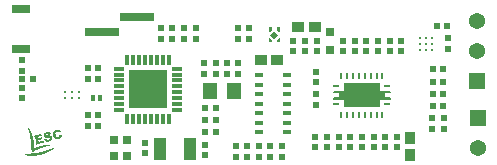
<source format=gts>
G04*
G04 #@! TF.GenerationSoftware,Altium Limited,Altium Designer,25.4.2 (15)*
G04*
G04 Layer_Color=8388736*
%FSLAX44Y44*%
%MOMM*%
G71*
G04*
G04 #@! TF.SameCoordinates,0B5DAD5C-0C0E-4793-B882-C7F6C3490101*
G04*
G04*
G04 #@! TF.FilePolarity,Negative*
G04*
G01*
G75*
%ADD17R,0.6200X0.6200*%
%ADD18R,0.6000X0.2400*%
%ADD19R,0.2400X0.6000*%
%ADD20R,3.0000X0.6500*%
%ADD21R,1.1000X1.9000*%
%ADD22R,0.6200X0.6200*%
%ADD23C,0.2450*%
%ADD24R,1.2700X1.3970*%
%ADD25R,0.5000X0.5000*%
%ADD26R,0.5000X0.5000*%
%ADD27R,1.6000X0.8000*%
%ADD28R,0.8000X0.8000*%
%ADD29R,0.9300X1.0100*%
%ADD30R,0.7000X0.7000*%
%ADD31R,0.3000X0.8128*%
%ADD32R,0.8128X0.3000*%
%ADD34R,0.4000X0.5000*%
%ADD35R,0.2032X0.2032*%
%ADD36R,0.7500X0.3500*%
%ADD37R,1.0100X0.9300*%
%ADD38R,3.0500X2.0500*%
%ADD39R,3.2004X3.2004*%
%ADD40C,1.3700*%
%ADD41R,1.3700X1.3700*%
G36*
X309026Y290790D02*
X309407D01*
Y290713D01*
X309635D01*
Y290637D01*
X309788D01*
Y290561D01*
X309940D01*
Y290485D01*
X310092D01*
Y290409D01*
X310168D01*
Y290333D01*
X310320D01*
Y290257D01*
X310397D01*
Y290180D01*
X310473D01*
Y290104D01*
X310549D01*
Y290028D01*
X310701D01*
Y289952D01*
X310777D01*
Y289876D01*
X310853D01*
Y289724D01*
X310930D01*
Y289648D01*
X311006D01*
Y289571D01*
X311082D01*
Y289495D01*
X311158D01*
Y289343D01*
X311234D01*
Y289191D01*
X311082D01*
Y289115D01*
X310930D01*
Y289039D01*
X310777D01*
Y288962D01*
X310625D01*
Y288886D01*
X310473D01*
Y288810D01*
X310320D01*
Y288734D01*
X310168D01*
Y288658D01*
X310016D01*
Y288582D01*
X309864D01*
Y288506D01*
X309711D01*
Y288430D01*
X309559D01*
Y288353D01*
X309483D01*
Y288277D01*
X309331D01*
Y288430D01*
X309255D01*
Y288506D01*
X309179D01*
Y288582D01*
X309102D01*
Y288658D01*
X309026D01*
Y288734D01*
X308950D01*
Y288810D01*
X308874D01*
Y288886D01*
X308646D01*
Y288962D01*
X308493D01*
Y289039D01*
X307808D01*
Y288962D01*
X307580D01*
Y288886D01*
X307351D01*
Y288810D01*
X307199D01*
Y288734D01*
X307123D01*
Y288658D01*
X307047D01*
Y288582D01*
X306971D01*
Y288506D01*
X306895D01*
Y288353D01*
X306819D01*
Y288201D01*
X306742D01*
Y288049D01*
X306666D01*
Y287744D01*
X306590D01*
Y287135D01*
X306666D01*
Y286679D01*
X306742D01*
Y286374D01*
X306819D01*
Y286146D01*
X306895D01*
Y285917D01*
X306971D01*
Y285689D01*
X307047D01*
Y285537D01*
X307123D01*
Y285384D01*
X307199D01*
Y285232D01*
X307275D01*
Y285156D01*
X307351D01*
Y285004D01*
X307428D01*
Y284928D01*
X307504D01*
Y284851D01*
X307580D01*
Y284775D01*
X307732D01*
Y284699D01*
X307884D01*
Y284623D01*
X308265D01*
Y284547D01*
X308417D01*
Y284623D01*
X308874D01*
Y284699D01*
X309102D01*
Y284775D01*
X309255D01*
Y284851D01*
X309331D01*
Y284928D01*
X309483D01*
Y285004D01*
X309559D01*
Y285080D01*
X309635D01*
Y285232D01*
X309711D01*
Y285384D01*
X309788D01*
Y285537D01*
X309864D01*
Y285917D01*
X309940D01*
Y286450D01*
X311539D01*
Y286374D01*
X312071D01*
Y285689D01*
X311995D01*
Y285308D01*
X311919D01*
Y285004D01*
X311843D01*
Y284851D01*
X311767D01*
Y284623D01*
X311691D01*
Y284547D01*
X311615D01*
Y284395D01*
X311539D01*
Y284319D01*
X311462D01*
Y284166D01*
X311386D01*
Y284090D01*
X311310D01*
Y284014D01*
X311234D01*
Y283938D01*
X311158D01*
Y283862D01*
X311082D01*
Y283786D01*
X311006D01*
Y283710D01*
X310930D01*
Y283633D01*
X310853D01*
Y283557D01*
X310701D01*
Y283481D01*
X310549D01*
Y283405D01*
X310397D01*
Y283329D01*
X310320D01*
Y283253D01*
X310092D01*
Y283177D01*
X309940D01*
Y283100D01*
X309711D01*
Y283024D01*
X309483D01*
Y282948D01*
X309102D01*
Y282872D01*
X308722D01*
Y282796D01*
X307199D01*
Y282872D01*
X306895D01*
Y282948D01*
X306666D01*
Y283024D01*
X306514D01*
Y283100D01*
X306362D01*
Y283177D01*
X306286D01*
Y283253D01*
X306133D01*
Y283329D01*
X306057D01*
Y283405D01*
X305905D01*
Y283481D01*
X305829D01*
Y283557D01*
X305753D01*
Y283633D01*
X305677D01*
Y283710D01*
X305600D01*
Y283786D01*
X305524D01*
Y283862D01*
X305448D01*
Y283938D01*
X305372D01*
Y284014D01*
X305296D01*
Y284090D01*
X305220D01*
Y284242D01*
X305144D01*
Y284319D01*
X305068D01*
Y284471D01*
X304991D01*
Y284623D01*
X304915D01*
Y284775D01*
X304839D01*
Y284928D01*
X304763D01*
Y285080D01*
X304687D01*
Y285308D01*
X304611D01*
Y285537D01*
X304535D01*
Y285765D01*
X304459D01*
Y286070D01*
X304382D01*
Y286450D01*
X304306D01*
Y287897D01*
X304382D01*
Y288201D01*
X304459D01*
Y288430D01*
X304535D01*
Y288658D01*
X304611D01*
Y288810D01*
X304687D01*
Y288962D01*
X304763D01*
Y289115D01*
X304839D01*
Y289191D01*
X304915D01*
Y289267D01*
X304991D01*
Y289419D01*
X305068D01*
Y289495D01*
X305144D01*
Y289571D01*
X305220D01*
Y289648D01*
X305296D01*
Y289724D01*
X305372D01*
Y289800D01*
X305524D01*
Y289876D01*
X305600D01*
Y289952D01*
X305677D01*
Y290028D01*
X305829D01*
Y290104D01*
X305905D01*
Y290180D01*
X306057D01*
Y290257D01*
X306210D01*
Y290333D01*
X306362D01*
Y290409D01*
X306590D01*
Y290485D01*
X306742D01*
Y290561D01*
X306971D01*
Y290637D01*
X307275D01*
Y290713D01*
X307580D01*
Y290790D01*
X308113D01*
Y290866D01*
X309026D01*
Y290790D01*
D02*
G37*
G36*
X301109Y288734D02*
X301413D01*
Y288658D01*
X301642D01*
Y288582D01*
X301794D01*
Y288506D01*
X301946D01*
Y288430D01*
X302022D01*
Y288353D01*
X302099D01*
Y288277D01*
X302175D01*
Y288201D01*
X302251D01*
Y288125D01*
X302327D01*
Y288049D01*
X302403D01*
Y287973D01*
X302479D01*
Y287897D01*
X302555D01*
Y287744D01*
X302631D01*
Y287592D01*
X302708D01*
Y287440D01*
X302784D01*
Y287364D01*
X302860D01*
Y287211D01*
X302784D01*
Y287135D01*
X302479D01*
Y287059D01*
X302251D01*
Y286983D01*
X302022D01*
Y286907D01*
X301794D01*
Y286831D01*
X301566D01*
Y286755D01*
X301337D01*
Y286679D01*
X301109D01*
Y286602D01*
X300880D01*
Y286526D01*
X300728D01*
Y286679D01*
X300652D01*
Y286755D01*
X300576D01*
Y286907D01*
X300500D01*
Y286983D01*
X300424D01*
Y287059D01*
X300348D01*
Y287135D01*
X300195D01*
Y287211D01*
X299891D01*
Y287288D01*
X299586D01*
Y287211D01*
X299206D01*
Y287135D01*
X299053D01*
Y287059D01*
X298901D01*
Y286983D01*
X298825D01*
Y286907D01*
X298749D01*
Y286755D01*
X298673D01*
Y286298D01*
X298749D01*
Y286222D01*
X298825D01*
Y286146D01*
X298901D01*
Y286070D01*
X299130D01*
Y285993D01*
X301870D01*
Y285917D01*
X302251D01*
Y285841D01*
X302479D01*
Y285765D01*
X302708D01*
Y285689D01*
X302860D01*
Y285613D01*
X303012D01*
Y285537D01*
X303088D01*
Y285460D01*
X303164D01*
Y285384D01*
X303241D01*
Y285308D01*
X303393D01*
Y285156D01*
X303469D01*
Y285080D01*
X303545D01*
Y285004D01*
X303621D01*
Y284851D01*
X303697D01*
Y284699D01*
X303773D01*
Y284547D01*
X303850D01*
Y284242D01*
X303926D01*
Y283100D01*
X303850D01*
Y282872D01*
X303773D01*
Y282644D01*
X303697D01*
Y282491D01*
X303621D01*
Y282415D01*
X303545D01*
Y282263D01*
X303469D01*
Y282187D01*
X303393D01*
Y282035D01*
X303317D01*
Y281959D01*
X303241D01*
Y281882D01*
X303164D01*
Y281806D01*
X303088D01*
Y281730D01*
X302936D01*
Y281654D01*
X302860D01*
Y281578D01*
X302784D01*
Y281502D01*
X302631D01*
Y281426D01*
X302479D01*
Y281350D01*
X302403D01*
Y281273D01*
X302175D01*
Y281197D01*
X302022D01*
Y281121D01*
X301794D01*
Y281045D01*
X301566D01*
Y280969D01*
X301337D01*
Y280893D01*
X301033D01*
Y280817D01*
X300728D01*
Y280741D01*
X300348D01*
Y280664D01*
X298977D01*
Y280741D01*
X298673D01*
Y280817D01*
X298520D01*
Y280893D01*
X298368D01*
Y280969D01*
X298292D01*
Y281045D01*
X298140D01*
Y281121D01*
X298064D01*
Y281197D01*
X297987D01*
Y281273D01*
X297911D01*
Y281350D01*
X297835D01*
Y281426D01*
X297759D01*
Y281502D01*
X297683D01*
Y281578D01*
X297607D01*
Y281654D01*
X297531D01*
Y281730D01*
X297455D01*
Y281882D01*
X297379D01*
Y281959D01*
X297302D01*
Y282111D01*
X297226D01*
Y282263D01*
X297150D01*
Y282491D01*
X297074D01*
Y282644D01*
X297302D01*
Y282720D01*
X297531D01*
Y282796D01*
X297759D01*
Y282872D01*
X298064D01*
Y282948D01*
X298292D01*
Y283024D01*
X298520D01*
Y283100D01*
X298825D01*
Y283177D01*
X299053D01*
Y283253D01*
X299282D01*
Y283100D01*
X299358D01*
Y282948D01*
X299434D01*
Y282796D01*
X299510D01*
Y282720D01*
X299586D01*
Y282644D01*
X299662D01*
Y282568D01*
X299739D01*
Y282491D01*
X299815D01*
Y282415D01*
X300043D01*
Y282339D01*
X300348D01*
Y282263D01*
X300576D01*
Y282339D01*
X300957D01*
Y282415D01*
X301185D01*
Y282491D01*
X301337D01*
Y282568D01*
X301413D01*
Y282644D01*
X301490D01*
Y282720D01*
X301566D01*
Y282796D01*
X301642D01*
Y282872D01*
X301718D01*
Y283177D01*
X301794D01*
Y283329D01*
X301718D01*
Y283557D01*
X301642D01*
Y283633D01*
X301566D01*
Y283710D01*
X301490D01*
Y283786D01*
X301413D01*
Y283862D01*
X301261D01*
Y283938D01*
X300957D01*
Y284014D01*
X298825D01*
Y284090D01*
X298292D01*
Y284166D01*
X298064D01*
Y284242D01*
X297835D01*
Y284319D01*
X297607D01*
Y284395D01*
X297455D01*
Y284471D01*
X297379D01*
Y284547D01*
X297302D01*
Y284623D01*
X297226D01*
Y284699D01*
X297074D01*
Y284851D01*
X296998D01*
Y284928D01*
X296922D01*
Y285004D01*
X296846D01*
Y285156D01*
X296770D01*
Y285308D01*
X296693D01*
Y285460D01*
X296617D01*
Y285765D01*
X296541D01*
Y286450D01*
X296617D01*
Y286755D01*
X296693D01*
Y286983D01*
X296770D01*
Y287135D01*
X296846D01*
Y287288D01*
X296922D01*
Y287364D01*
X296998D01*
Y287440D01*
X297074D01*
Y287516D01*
X297150D01*
Y287592D01*
X297226D01*
Y287668D01*
X297302D01*
Y287744D01*
X297379D01*
Y287820D01*
X297455D01*
Y287897D01*
X297531D01*
Y287973D01*
X297683D01*
Y288049D01*
X297759D01*
Y288125D01*
X297911D01*
Y288201D01*
X298064D01*
Y288277D01*
X298292D01*
Y288353D01*
X298444D01*
Y288430D01*
X298673D01*
Y288506D01*
X298901D01*
Y288582D01*
X299206D01*
Y288658D01*
X299510D01*
Y288734D01*
X299967D01*
Y288810D01*
X301109D01*
Y288734D01*
D02*
G37*
G36*
X294486Y287059D02*
X294562D01*
Y286907D01*
X294638D01*
Y286755D01*
X294714D01*
Y286602D01*
X294790D01*
Y286526D01*
X294866D01*
Y286374D01*
X294942D01*
Y286222D01*
X295019D01*
Y286070D01*
X295095D01*
Y285917D01*
X295171D01*
Y285765D01*
X294942D01*
Y285689D01*
X294638D01*
Y285613D01*
X294410D01*
Y285537D01*
X294105D01*
Y285460D01*
X293877D01*
Y285384D01*
X293496D01*
Y285308D01*
X293267D01*
Y285232D01*
X292963D01*
Y285156D01*
X292659D01*
Y285080D01*
X292354D01*
Y285004D01*
X292050D01*
Y284928D01*
X291745D01*
Y284851D01*
X291440D01*
Y284775D01*
X291364D01*
Y284547D01*
X291440D01*
Y284242D01*
X291517D01*
Y283938D01*
X291593D01*
Y283633D01*
X291973D01*
Y283710D01*
X292278D01*
Y283786D01*
X292582D01*
Y283862D01*
X292811D01*
Y283938D01*
X293039D01*
Y284014D01*
X293420D01*
Y284090D01*
X293648D01*
Y284166D01*
X294029D01*
Y284242D01*
X294257D01*
Y284319D01*
X294638D01*
Y284395D01*
X294866D01*
Y284471D01*
X295171D01*
Y284547D01*
X295247D01*
Y284319D01*
X295323D01*
Y283786D01*
X295399D01*
Y283253D01*
X295475D01*
Y282948D01*
X295247D01*
Y282872D01*
X294942D01*
Y282796D01*
X294638D01*
Y282720D01*
X294410D01*
Y282644D01*
X294105D01*
Y282568D01*
X293801D01*
Y282491D01*
X293496D01*
Y282415D01*
X293267D01*
Y282339D01*
X292887D01*
Y282263D01*
X292659D01*
Y282187D01*
X292430D01*
Y282111D01*
X292050D01*
Y281806D01*
X292126D01*
Y281578D01*
X292202D01*
Y281273D01*
X292278D01*
Y281045D01*
X292354D01*
Y280664D01*
X292430D01*
Y280588D01*
X292582D01*
Y280664D01*
X292887D01*
Y280741D01*
X293115D01*
Y280817D01*
X293420D01*
Y280893D01*
X293648D01*
Y280969D01*
X294029D01*
Y281045D01*
X294257D01*
Y281121D01*
X294638D01*
Y281197D01*
X294866D01*
Y281273D01*
X295171D01*
Y281350D01*
X295475D01*
Y281426D01*
X295704D01*
Y281502D01*
X296008D01*
Y281578D01*
X296313D01*
Y281654D01*
X296617D01*
Y281350D01*
X296693D01*
Y280817D01*
X296770D01*
Y280208D01*
X296846D01*
Y279903D01*
X296541D01*
Y279827D01*
X296084D01*
Y279751D01*
X295628D01*
Y279675D01*
X295171D01*
Y279599D01*
X294714D01*
Y279522D01*
X294410D01*
Y279446D01*
X294029D01*
Y279370D01*
X293724D01*
Y279294D01*
X293420D01*
Y279218D01*
X293115D01*
Y279142D01*
X292887D01*
Y279066D01*
X292659D01*
Y278990D01*
X292354D01*
Y278913D01*
X292202D01*
Y278837D01*
X291897D01*
Y278761D01*
X291669D01*
Y278685D01*
X291440D01*
Y278609D01*
X291212D01*
Y278533D01*
X291060D01*
Y278457D01*
X290831D01*
Y278380D01*
X290679D01*
Y278304D01*
X290527D01*
Y278380D01*
X290451D01*
Y278457D01*
X290527D01*
Y278533D01*
X290451D01*
Y279218D01*
X290375D01*
Y279751D01*
X290299D01*
Y280208D01*
X290222D01*
Y280664D01*
X290146D01*
Y281045D01*
X290070D01*
Y281350D01*
X289994D01*
Y281654D01*
X289918D01*
Y282035D01*
X289842D01*
Y282339D01*
X289766D01*
Y282644D01*
X289690D01*
Y282872D01*
X289613D01*
Y283100D01*
X289537D01*
Y283329D01*
X289461D01*
Y283633D01*
X289385D01*
Y283862D01*
X289309D01*
Y284090D01*
X289233D01*
Y284242D01*
X289157D01*
Y284471D01*
X289080D01*
Y284699D01*
X289004D01*
Y284851D01*
X288928D01*
Y285080D01*
X288852D01*
Y285308D01*
X288776D01*
Y285460D01*
X288700D01*
Y285613D01*
X288624D01*
Y285841D01*
X288928D01*
Y285917D01*
X289157D01*
Y285993D01*
X289537D01*
Y286070D01*
X289842D01*
Y286146D01*
X290146D01*
Y286222D01*
X290451D01*
Y286298D01*
X290831D01*
Y286374D01*
X291136D01*
Y286450D01*
X291440D01*
Y286526D01*
X291821D01*
Y286602D01*
X292126D01*
Y286679D01*
X292354D01*
Y286755D01*
X292659D01*
Y286831D01*
X293039D01*
Y286907D01*
X293496D01*
Y286983D01*
X293801D01*
Y287059D01*
X294105D01*
Y287135D01*
X294486D01*
Y287059D01*
D02*
G37*
G36*
X282838Y294215D02*
X282914D01*
Y294063D01*
X282990D01*
Y293911D01*
X283066D01*
Y293835D01*
X283142D01*
Y293682D01*
X283218D01*
Y293606D01*
X283295D01*
Y293454D01*
X283371D01*
Y293378D01*
X283447D01*
Y293226D01*
X283523D01*
Y293150D01*
X283599D01*
Y292997D01*
X283675D01*
Y292845D01*
X283751D01*
Y292693D01*
X283828D01*
Y292617D01*
X283904D01*
Y292464D01*
X283980D01*
Y292388D01*
X284056D01*
Y292236D01*
X284132D01*
Y292084D01*
X284208D01*
Y292008D01*
X284284D01*
Y291855D01*
X284361D01*
Y291703D01*
X284437D01*
Y291551D01*
X284513D01*
Y291399D01*
X284589D01*
Y291322D01*
X284665D01*
Y291170D01*
X284741D01*
Y291018D01*
X284817D01*
Y290866D01*
X284893D01*
Y290713D01*
X284970D01*
Y290561D01*
X285046D01*
Y290409D01*
X285122D01*
Y290257D01*
X285198D01*
Y290104D01*
X285274D01*
Y289952D01*
X285350D01*
Y289800D01*
X285426D01*
Y289648D01*
X285502D01*
Y289495D01*
X285578D01*
Y289343D01*
X285655D01*
Y289191D01*
X285731D01*
Y288962D01*
X285807D01*
Y288810D01*
X285883D01*
Y288658D01*
X285959D01*
Y288506D01*
X286035D01*
Y288277D01*
X286111D01*
Y288125D01*
X286188D01*
Y287897D01*
X286264D01*
Y287744D01*
X286340D01*
Y287592D01*
X286416D01*
Y287364D01*
X286492D01*
Y287135D01*
X286568D01*
Y286983D01*
X286644D01*
Y286755D01*
X286721D01*
Y286526D01*
X286797D01*
Y286298D01*
X286873D01*
Y286070D01*
X286949D01*
Y285841D01*
X287025D01*
Y285613D01*
X287101D01*
Y285308D01*
X287177D01*
Y285080D01*
X287253D01*
Y284851D01*
X287330D01*
Y284547D01*
X287406D01*
Y284319D01*
X287482D01*
Y283938D01*
X287558D01*
Y283710D01*
X287634D01*
Y283329D01*
X287710D01*
Y283024D01*
X287786D01*
Y282720D01*
X287862D01*
Y282339D01*
X287938D01*
Y281959D01*
X288015D01*
Y281578D01*
X288091D01*
Y281045D01*
X288167D01*
Y280588D01*
X288243D01*
Y280055D01*
X288319D01*
Y279370D01*
X288395D01*
Y278457D01*
X288471D01*
Y277391D01*
X288548D01*
Y274955D01*
X288624D01*
Y275031D01*
X288776D01*
Y275107D01*
X288852D01*
Y275183D01*
X289080D01*
Y275259D01*
X289233D01*
Y275335D01*
X289385D01*
Y275411D01*
X289537D01*
Y275488D01*
X289690D01*
Y275564D01*
X289842D01*
Y275640D01*
X289994D01*
Y275716D01*
X290222D01*
Y275792D01*
X290375D01*
Y275868D01*
X290527D01*
Y275944D01*
X290755D01*
Y276021D01*
X290907D01*
Y276097D01*
X291060D01*
Y276173D01*
X291288D01*
Y276249D01*
X291517D01*
Y276325D01*
X291669D01*
Y276401D01*
X291973D01*
Y276477D01*
X292126D01*
Y276553D01*
X292354D01*
Y276630D01*
X292582D01*
Y276706D01*
X292887D01*
Y276782D01*
X293039D01*
Y276858D01*
X293420D01*
Y276934D01*
X293648D01*
Y277010D01*
X293877D01*
Y277086D01*
X294181D01*
Y277162D01*
X294486D01*
Y277239D01*
X294790D01*
Y277315D01*
X295171D01*
Y277391D01*
X295475D01*
Y277467D01*
X295932D01*
Y277543D01*
X296313D01*
Y277619D01*
X296846D01*
Y277695D01*
X297302D01*
Y277771D01*
X298140D01*
Y277848D01*
X298901D01*
Y277924D01*
X303241D01*
Y277848D01*
X304154D01*
Y277771D01*
X303773D01*
Y277695D01*
X303241D01*
Y277619D01*
X302708D01*
Y277543D01*
X302251D01*
Y277467D01*
X301794D01*
Y277391D01*
X301413D01*
Y277315D01*
X301033D01*
Y277239D01*
X300652D01*
Y277162D01*
X300348D01*
Y277086D01*
X299967D01*
Y277010D01*
X299662D01*
Y276934D01*
X299358D01*
Y276858D01*
X299053D01*
Y276782D01*
X298749D01*
Y276706D01*
X298444D01*
Y276630D01*
X298140D01*
Y276553D01*
X297911D01*
Y276477D01*
X297607D01*
Y276401D01*
X297379D01*
Y276325D01*
X297150D01*
Y276249D01*
X296846D01*
Y276173D01*
X296617D01*
Y276097D01*
X296389D01*
Y276021D01*
X296160D01*
Y275944D01*
X295932D01*
Y275868D01*
X295704D01*
Y275792D01*
X295475D01*
Y275716D01*
X295247D01*
Y275640D01*
X295095D01*
Y275564D01*
X294866D01*
Y275488D01*
X294638D01*
Y275411D01*
X294410D01*
Y275335D01*
X294257D01*
Y275259D01*
X294029D01*
Y275183D01*
X293877D01*
Y275107D01*
X293648D01*
Y275031D01*
X293496D01*
Y274955D01*
X293267D01*
Y274879D01*
X293115D01*
Y274802D01*
X292887D01*
Y274726D01*
X292735D01*
Y274650D01*
X292582D01*
Y274574D01*
X292354D01*
Y274498D01*
X292202D01*
Y274422D01*
X292050D01*
Y274346D01*
X291897D01*
Y274270D01*
X291745D01*
Y274193D01*
X291593D01*
Y274117D01*
X291364D01*
Y274041D01*
X291212D01*
Y273965D01*
X291060D01*
Y273889D01*
X290907D01*
Y273813D01*
X290755D01*
Y273737D01*
X290603D01*
Y273661D01*
X290451D01*
Y273584D01*
X290299D01*
Y273508D01*
X290146D01*
Y273432D01*
X289994D01*
Y273356D01*
X289842D01*
Y273280D01*
X289690D01*
Y273204D01*
X289537D01*
Y273128D01*
X289385D01*
Y273051D01*
X289233D01*
Y272975D01*
X289080D01*
Y272899D01*
X289004D01*
Y272823D01*
X288852D01*
Y272747D01*
X288700D01*
Y272671D01*
X288548D01*
Y272595D01*
X288395D01*
Y272519D01*
X288243D01*
Y272442D01*
X288167D01*
Y272366D01*
X288015D01*
Y272290D01*
X287862D01*
Y272214D01*
X287786D01*
Y272138D01*
X287634D01*
Y272062D01*
X287482D01*
Y271986D01*
X287406D01*
Y271910D01*
X287253D01*
Y271833D01*
X287101D01*
Y271757D01*
X286949D01*
Y271681D01*
X286873D01*
Y271605D01*
X286721D01*
Y271529D01*
X286644D01*
Y271453D01*
X286492D01*
Y271377D01*
X286416D01*
Y271300D01*
X286340D01*
Y273737D01*
X286264D01*
Y275944D01*
X286188D01*
Y277239D01*
X286111D01*
Y278304D01*
X286035D01*
Y279142D01*
X285959D01*
Y279979D01*
X285883D01*
Y280588D01*
X285807D01*
Y281273D01*
X285731D01*
Y281806D01*
X285655D01*
Y282415D01*
X285578D01*
Y282872D01*
X285502D01*
Y283405D01*
X285426D01*
Y283862D01*
X285350D01*
Y284319D01*
X285274D01*
Y284775D01*
X285198D01*
Y285156D01*
X285122D01*
Y285537D01*
X285046D01*
Y285917D01*
X284970D01*
Y286374D01*
X284893D01*
Y286679D01*
X284817D01*
Y287059D01*
X284741D01*
Y287364D01*
X284665D01*
Y287744D01*
X284589D01*
Y288049D01*
X284513D01*
Y288353D01*
X284437D01*
Y288734D01*
X284361D01*
Y289039D01*
X284284D01*
Y289343D01*
X284208D01*
Y289571D01*
X284132D01*
Y289876D01*
X284056D01*
Y290180D01*
X283980D01*
Y290485D01*
X283904D01*
Y290713D01*
X283828D01*
Y291018D01*
X283751D01*
Y291246D01*
X283675D01*
Y291551D01*
X283599D01*
Y291779D01*
X283523D01*
Y292008D01*
X283447D01*
Y292312D01*
X283371D01*
Y292540D01*
X283295D01*
Y292769D01*
X283218D01*
Y292997D01*
X283142D01*
Y293226D01*
X283066D01*
Y293454D01*
X282990D01*
Y293682D01*
X282914D01*
Y293911D01*
X282838D01*
Y294139D01*
X282762D01*
Y294291D01*
X282838D01*
Y294215D01*
D02*
G37*
G36*
X306133Y275868D02*
X306057D01*
Y275792D01*
X305981D01*
Y275716D01*
X305905D01*
Y275640D01*
X305829D01*
Y275564D01*
X305753D01*
Y275411D01*
X305600D01*
Y275335D01*
X305524D01*
Y275259D01*
X305448D01*
Y275183D01*
X305372D01*
Y275107D01*
X305296D01*
Y275031D01*
X305220D01*
Y274955D01*
X305144D01*
Y274879D01*
X305068D01*
Y274802D01*
X304991D01*
Y274726D01*
X304915D01*
Y274650D01*
X304763D01*
Y274574D01*
X304687D01*
Y274498D01*
X304611D01*
Y274422D01*
X304459D01*
Y274346D01*
X304382D01*
Y274270D01*
X304306D01*
Y274193D01*
X304230D01*
Y274117D01*
X304078D01*
Y274041D01*
X304002D01*
Y273965D01*
X303850D01*
Y273889D01*
X303773D01*
Y273813D01*
X303697D01*
Y273737D01*
X303545D01*
Y273661D01*
X303469D01*
Y273584D01*
X303393D01*
Y273508D01*
X303241D01*
Y273432D01*
X303164D01*
Y273356D01*
X303012D01*
Y273280D01*
X302860D01*
Y273204D01*
X302784D01*
Y273128D01*
X302631D01*
Y273051D01*
X302479D01*
Y272975D01*
X302403D01*
Y272899D01*
X302251D01*
Y272823D01*
X302099D01*
Y272747D01*
X301946D01*
Y272671D01*
X301870D01*
Y272595D01*
X301718D01*
Y272519D01*
X301566D01*
Y272442D01*
X301413D01*
Y272366D01*
X301261D01*
Y272290D01*
X301109D01*
Y272214D01*
X300957D01*
Y272138D01*
X300804D01*
Y272062D01*
X300652D01*
Y271986D01*
X300500D01*
Y271910D01*
X300348D01*
Y271833D01*
X300195D01*
Y271757D01*
X299967D01*
Y271681D01*
X299815D01*
Y271605D01*
X299662D01*
Y271529D01*
X299510D01*
Y271453D01*
X299282D01*
Y271377D01*
X299130D01*
Y271300D01*
X298977D01*
Y271224D01*
X298749D01*
Y271148D01*
X298597D01*
Y271072D01*
X298368D01*
Y270996D01*
X298140D01*
Y270920D01*
X297987D01*
Y270844D01*
X297759D01*
Y270768D01*
X297607D01*
Y270691D01*
X297379D01*
Y270615D01*
X297150D01*
Y270539D01*
X296922D01*
Y270463D01*
X296693D01*
Y270387D01*
X296465D01*
Y270311D01*
X296237D01*
Y270235D01*
X296008D01*
Y270159D01*
X295780D01*
Y270082D01*
X295475D01*
Y270006D01*
X295247D01*
Y269930D01*
X294942D01*
Y269854D01*
X294714D01*
Y269778D01*
X294410D01*
Y269702D01*
X294105D01*
Y269626D01*
X293801D01*
Y269550D01*
X293496D01*
Y269473D01*
X293191D01*
Y269397D01*
X292811D01*
Y269321D01*
X292506D01*
Y269245D01*
X292126D01*
Y269169D01*
X291745D01*
Y269093D01*
X291288D01*
Y269017D01*
X290831D01*
Y268941D01*
X290375D01*
Y268864D01*
X289842D01*
Y268788D01*
X289233D01*
Y268712D01*
X288471D01*
Y268636D01*
X287330D01*
Y268560D01*
X285198D01*
Y268636D01*
X284284D01*
Y268712D01*
X283675D01*
Y268788D01*
X283295D01*
Y268864D01*
X282914D01*
Y268941D01*
X282686D01*
Y269017D01*
X282381D01*
Y269093D01*
X282229D01*
Y269169D01*
X282001D01*
Y269245D01*
X281848D01*
Y269321D01*
X281620D01*
Y269397D01*
X281467D01*
Y269473D01*
X281391D01*
Y269550D01*
X281239D01*
Y269626D01*
X281163D01*
Y269702D01*
X281011D01*
Y269778D01*
X280935D01*
Y269854D01*
X280858D01*
Y269930D01*
X280782D01*
Y270006D01*
X280706D01*
Y270082D01*
X280630D01*
Y270159D01*
X280554D01*
Y270235D01*
X280478D01*
Y270387D01*
X281087D01*
Y270463D01*
X282533D01*
Y270539D01*
X283751D01*
Y270615D01*
X284893D01*
Y270691D01*
X285959D01*
Y270768D01*
X286949D01*
Y270844D01*
X287634D01*
Y270920D01*
X288395D01*
Y270996D01*
X289080D01*
Y271072D01*
X289690D01*
Y271148D01*
X290299D01*
Y271224D01*
X290831D01*
Y271300D01*
X291288D01*
Y271377D01*
X291745D01*
Y271453D01*
X292202D01*
Y271529D01*
X292582D01*
Y271605D01*
X293039D01*
Y271681D01*
X293344D01*
Y271757D01*
X293724D01*
Y271833D01*
X294105D01*
Y271910D01*
X294410D01*
Y271986D01*
X294714D01*
Y272062D01*
X295095D01*
Y272138D01*
X295323D01*
Y272214D01*
X295628D01*
Y272290D01*
X295932D01*
Y272366D01*
X296237D01*
Y272442D01*
X296465D01*
Y272519D01*
X296693D01*
Y272595D01*
X296998D01*
Y272671D01*
X297226D01*
Y272747D01*
X297455D01*
Y272823D01*
X297759D01*
Y272899D01*
X297987D01*
Y272975D01*
X298216D01*
Y273051D01*
X298444D01*
Y273128D01*
X298673D01*
Y273204D01*
X298901D01*
Y273280D01*
X299130D01*
Y273356D01*
X299358D01*
Y273432D01*
X299586D01*
Y273508D01*
X299815D01*
Y273584D01*
X300043D01*
Y273661D01*
X300271D01*
Y273737D01*
X300500D01*
Y273813D01*
X300652D01*
Y273889D01*
X300880D01*
Y273965D01*
X301109D01*
Y274041D01*
X301261D01*
Y274117D01*
X301490D01*
Y274193D01*
X301718D01*
Y274270D01*
X301870D01*
Y274346D01*
X302099D01*
Y274422D01*
X302327D01*
Y274498D01*
X302479D01*
Y274574D01*
X302708D01*
Y274650D01*
X302936D01*
Y274726D01*
X303088D01*
Y274802D01*
X303317D01*
Y274879D01*
X303469D01*
Y274955D01*
X303697D01*
Y275031D01*
X303926D01*
Y275107D01*
X304078D01*
Y275183D01*
X304230D01*
Y275259D01*
X304459D01*
Y275335D01*
X304687D01*
Y275411D01*
X304839D01*
Y275488D01*
X305068D01*
Y275564D01*
X305220D01*
Y275640D01*
X305372D01*
Y275716D01*
X305600D01*
Y275792D01*
X305829D01*
Y275868D01*
X305981D01*
Y275944D01*
X306133D01*
Y275868D01*
D02*
G37*
G36*
X496298Y373848D02*
X495998D01*
X494198Y375648D01*
Y377448D01*
X496298D01*
Y373848D01*
D02*
G37*
G36*
X489798Y375648D02*
X487998Y373848D01*
X487698D01*
Y377448D01*
X489798D01*
Y375648D01*
D02*
G37*
G36*
X495392Y371348D02*
X491998Y367954D01*
X488604Y371348D01*
X491998Y374742D01*
X495392Y371348D01*
D02*
G37*
G36*
X496298Y365248D02*
X494198D01*
Y367048D01*
X495998Y368848D01*
X496298D01*
Y365248D01*
D02*
G37*
G36*
X489798Y367048D02*
Y365248D01*
X487698D01*
Y368848D01*
X487998D01*
X489798Y367048D01*
D02*
G37*
G36*
X581189Y329573D02*
Y324280D01*
X581199Y324183D01*
X581227Y324089D01*
X581273Y324002D01*
X581336Y323927D01*
X581411Y323865D01*
X581498Y323818D01*
X581592Y323790D01*
X581689Y323780D01*
X589732D01*
X590439Y323073D01*
Y322487D01*
X589732Y321780D01*
X585689D01*
X585592Y321771D01*
X585498Y321742D01*
X585411Y321696D01*
X585336Y321634D01*
X585273Y321558D01*
X585227Y321472D01*
X585199Y321378D01*
X585189Y321280D01*
Y318780D01*
X585199Y318683D01*
X585227Y318589D01*
X585273Y318503D01*
X585336Y318427D01*
X585411Y318365D01*
X585498Y318318D01*
X585592Y318290D01*
X585689Y318280D01*
X589732D01*
X590439Y317573D01*
Y316987D01*
X589732Y316280D01*
X581689D01*
X581592Y316271D01*
X581498Y316242D01*
X581411Y316196D01*
X581336Y316134D01*
X581273Y316058D01*
X581227Y315972D01*
X581199Y315878D01*
X581189Y315780D01*
Y310487D01*
X580482Y309780D01*
X551396D01*
X550689Y310487D01*
Y315780D01*
X550680Y315878D01*
X550651Y315972D01*
X550605Y316058D01*
X550543Y316134D01*
X550467Y316196D01*
X550381Y316242D01*
X550287Y316271D01*
X550189Y316280D01*
X542146D01*
X541439Y316987D01*
Y317573D01*
X542146Y318280D01*
X546189D01*
X546287Y318290D01*
X546381Y318318D01*
X546467Y318365D01*
X546543Y318427D01*
X546605Y318503D01*
X546651Y318589D01*
X546679Y318683D01*
X546689Y318780D01*
Y321280D01*
X546679Y321378D01*
X546651Y321472D01*
X546605Y321558D01*
X546543Y321634D01*
X546467Y321696D01*
X546381Y321742D01*
X546287Y321771D01*
X546189Y321780D01*
X542146D01*
X541439Y322487D01*
Y323073D01*
X542146Y323780D01*
X550189D01*
X550287Y323790D01*
X550381Y323818D01*
X550467Y323865D01*
X550543Y323927D01*
X550605Y324002D01*
X550651Y324089D01*
X550680Y324183D01*
X550689Y324280D01*
Y329573D01*
X551396Y330280D01*
X580482D01*
X581189Y329573D01*
D02*
G37*
D17*
X395986Y367734D02*
D03*
Y376734D02*
D03*
X425450Y367864D02*
D03*
Y376864D02*
D03*
X461518Y338400D02*
D03*
Y347400D02*
D03*
X566193Y285036D02*
D03*
Y276036D02*
D03*
X556287Y285036D02*
D03*
Y276036D02*
D03*
X638583Y359218D02*
D03*
Y368218D02*
D03*
X599186Y366196D02*
D03*
Y357196D02*
D03*
X433070Y278312D02*
D03*
Y269312D02*
D03*
X382016Y279836D02*
D03*
Y270836D02*
D03*
X442214Y338452D02*
D03*
Y347452D02*
D03*
X451866Y338400D02*
D03*
Y347400D02*
D03*
X589509Y357186D02*
D03*
Y366186D02*
D03*
X579603Y357186D02*
D03*
Y366186D02*
D03*
X569697Y357186D02*
D03*
Y366186D02*
D03*
X559791Y357186D02*
D03*
Y366186D02*
D03*
X527839Y366114D02*
D03*
Y357114D02*
D03*
X549683Y357186D02*
D03*
Y366186D02*
D03*
X576099Y285036D02*
D03*
Y276036D02*
D03*
X595657Y285036D02*
D03*
Y276036D02*
D03*
X585751Y285036D02*
D03*
Y276036D02*
D03*
X635281Y300654D02*
D03*
Y291654D02*
D03*
X625629Y300654D02*
D03*
Y291654D02*
D03*
X488442Y276716D02*
D03*
Y267716D02*
D03*
X498094Y276716D02*
D03*
Y267716D02*
D03*
X478536Y276716D02*
D03*
Y267716D02*
D03*
X468884Y276716D02*
D03*
Y267716D02*
D03*
X459232Y276716D02*
D03*
Y267716D02*
D03*
X507492Y366196D02*
D03*
Y357196D02*
D03*
X461212Y367864D02*
D03*
Y376864D02*
D03*
X470864Y367864D02*
D03*
Y376864D02*
D03*
X517652Y366196D02*
D03*
Y357196D02*
D03*
X546381Y276036D02*
D03*
Y285036D02*
D03*
X536475Y276036D02*
D03*
Y285036D02*
D03*
X526569Y276036D02*
D03*
Y285036D02*
D03*
X526823Y311720D02*
D03*
Y320720D02*
D03*
Y340096D02*
D03*
Y331096D02*
D03*
X405638Y367734D02*
D03*
Y376734D02*
D03*
X415544Y367734D02*
D03*
Y376734D02*
D03*
X432562Y338400D02*
D03*
Y347400D02*
D03*
D18*
X587440Y312530D02*
D03*
X544440D02*
D03*
Y327530D02*
D03*
X587440D02*
D03*
D19*
X583439Y303531D02*
D03*
X578439D02*
D03*
X573439D02*
D03*
X568439D02*
D03*
X563439D02*
D03*
X558439D02*
D03*
X553439D02*
D03*
X548439D02*
D03*
Y336531D02*
D03*
X553439D02*
D03*
X558439D02*
D03*
X563439D02*
D03*
X568439D02*
D03*
X573439D02*
D03*
X578439D02*
D03*
X583439D02*
D03*
D20*
X375934Y386588D02*
D03*
X345934Y373888D02*
D03*
D21*
X420170Y274320D02*
D03*
X395170D02*
D03*
D22*
X634955Y341874D02*
D03*
X625955D02*
D03*
X629511Y378450D02*
D03*
X638511D02*
D03*
X433396Y308864D02*
D03*
X442396D02*
D03*
X342828Y293878D02*
D03*
X333828D02*
D03*
X342828Y303530D02*
D03*
X333828D02*
D03*
X342828Y333756D02*
D03*
X333828D02*
D03*
X342828Y343408D02*
D03*
X333828D02*
D03*
X625955Y331460D02*
D03*
X634955D02*
D03*
X625955Y321300D02*
D03*
X634955D02*
D03*
X625955Y311140D02*
D03*
X634955D02*
D03*
X433396Y298958D02*
D03*
X442396D02*
D03*
X433142Y288798D02*
D03*
X442142D02*
D03*
D23*
X625295Y358210D02*
D03*
Y363210D02*
D03*
Y368210D02*
D03*
X620295Y358210D02*
D03*
Y363210D02*
D03*
Y368210D02*
D03*
X615295Y358210D02*
D03*
Y363210D02*
D03*
Y368210D02*
D03*
D24*
X437134Y323596D02*
D03*
X457454D02*
D03*
D25*
X278352Y349940D02*
D03*
Y340940D02*
D03*
X278384Y317572D02*
D03*
Y326572D02*
D03*
D26*
X278456Y333756D02*
D03*
X287456D02*
D03*
D27*
X277678Y393254D02*
D03*
Y359254D02*
D03*
D28*
X538761Y358004D02*
D03*
Y374004D02*
D03*
D29*
X606833Y283562D02*
D03*
Y269382D02*
D03*
D30*
X356446Y268590D02*
D03*
X366946D02*
D03*
Y282590D02*
D03*
X356446D02*
D03*
D31*
X392564Y349885D02*
D03*
X387564D02*
D03*
X382564D02*
D03*
X377564D02*
D03*
X372564D02*
D03*
X367564D02*
D03*
Y300355D02*
D03*
X372564D02*
D03*
X377564D02*
D03*
X382564D02*
D03*
X387564D02*
D03*
X392564D02*
D03*
X397564D02*
D03*
X402564D02*
D03*
X397564Y349885D02*
D03*
X402564D02*
D03*
D32*
X360299Y342620D02*
D03*
Y337620D02*
D03*
Y332620D02*
D03*
Y327620D02*
D03*
Y322620D02*
D03*
Y317620D02*
D03*
Y312620D02*
D03*
Y307620D02*
D03*
X409829D02*
D03*
Y312620D02*
D03*
Y317620D02*
D03*
Y322620D02*
D03*
Y327620D02*
D03*
Y332620D02*
D03*
Y337620D02*
D03*
Y342620D02*
D03*
D34*
X344170Y317500D02*
D03*
X338170D02*
D03*
D35*
X314932D02*
D03*
X320802D02*
D03*
X326672D02*
D03*
Y322580D02*
D03*
X320802D02*
D03*
X314932D02*
D03*
D36*
X478728Y288928D02*
D03*
Y296928D02*
D03*
Y304928D02*
D03*
Y312928D02*
D03*
Y320928D02*
D03*
Y328928D02*
D03*
Y336928D02*
D03*
X502728D02*
D03*
Y328928D02*
D03*
Y320928D02*
D03*
Y312928D02*
D03*
Y304928D02*
D03*
Y296928D02*
D03*
Y288928D02*
D03*
D37*
X494516Y349758D02*
D03*
X480336D02*
D03*
X512086Y377444D02*
D03*
X526266D02*
D03*
D38*
X565939Y320030D02*
D03*
D39*
X385064Y325120D02*
D03*
D40*
X663729Y382514D02*
D03*
Y357114D02*
D03*
X663983Y275580D02*
D03*
D41*
X663729Y331714D02*
D03*
X663983Y300980D02*
D03*
M02*

</source>
